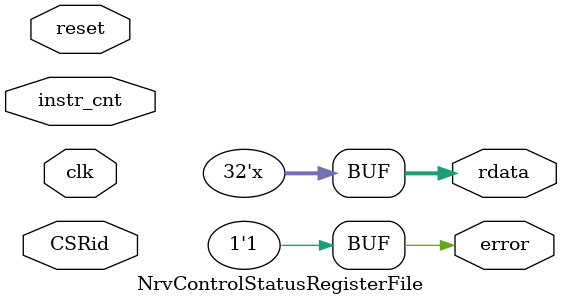
<source format=v>
/************* The Control and Status registers ****************/

// For now we only implement some readonly CSRs

module NrvControlStatusRegisterFile(
   input wire 	     clk,       // clock
   input wire 	     instr_cnt, // asserted once per instruction retired
   input wire 	     reset,     // resets CSRs to default value (aclive low)
   input wire [11:0] CSRid,     // 12-bits CSR ID
   output reg [31:0] rdata,     // read CSR value
   output reg 	     error      // set to 1 if invalid CSR ID	
);

`ifdef NRV_COUNTERS
 `ifdef NRV_COUNTERS_64   
   reg [63:0] counter_cycle;
   reg [63:0] counter_instret;
 `else
   reg [31:0] counter_cycle;
   reg [31:0] counter_instret;
 `endif 
   always @(posedge clk) begin
      if(!reset) begin	    
	 counter_instret <= 0;
	 counter_cycle   <= 0;
      end else begin
	 counter_cycle <= counter_cycle+1;
	 if(instr_cnt) begin
	    counter_instret <= counter_instret+1;
	 end
      end
   end
`endif

always @(*) begin
   error = 1'b0;
   (* parallel_case, full_case *)
   case(CSRid) 
`ifdef NRV_COUNTERS
      12'b110000000000: rdata = counter_cycle[31:0];    // CYCLE
      12'b110000000001: rdata = counter_cycle[31:0];    // TIME (returns CYCLE)
      12'b110000000010: rdata = counter_instret[31:0];  // INSTRET
 `ifdef NRV_COUNTERS_64
      12'b110010000000: rdata = counter_cycle[63:32];   // CYCLEH
      12'b110010000001: rdata = counter_cycle[63:32];   // TIMEH (returns CYCLEH)
      12'b110010000010: rdata = counter_instret[63:32]; // INSTRETH
 `endif
`endif            
      default: begin
	 rdata = {32{1'bx}};
	 error = 1'b1;
      end
   endcase
end   
   
endmodule   

</source>
